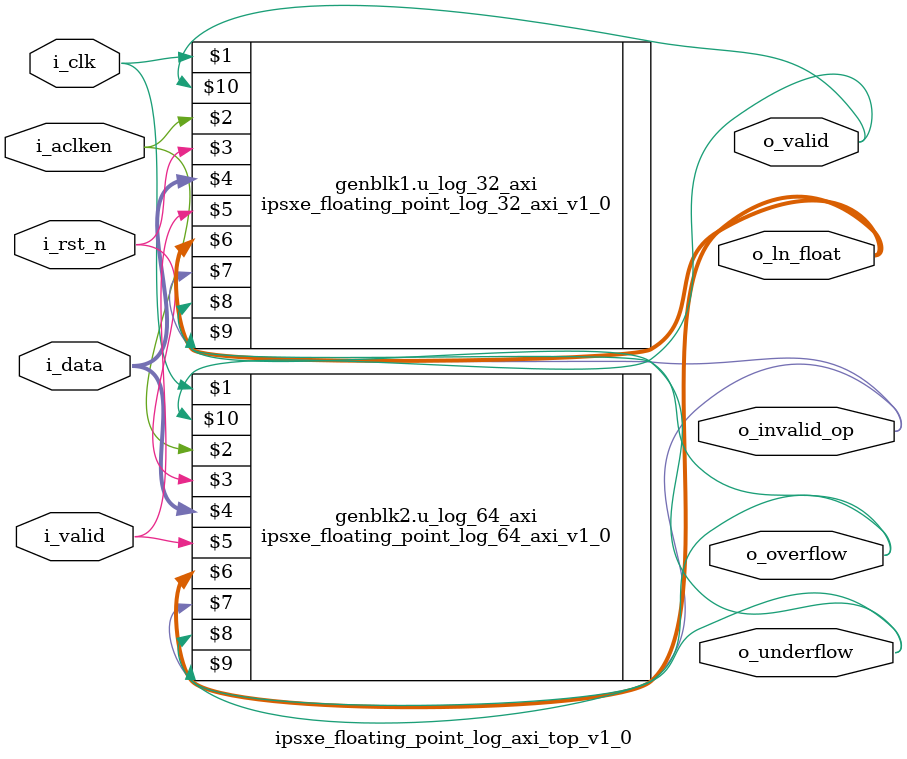
<source format=v>

`timescale 1ns/1ns

module ipsxe_floating_point_log_axi_top_v1_0 #(
    parameter FLOAT_EXP_WIDTH = 8,
    parameter FLOAT_FRAC_WIDTH = 24,
    parameter ITERATION_NUM = 32,
    parameter PRECISION_INPUT = 0
)
(
    input i_clk, //aclk
    input i_aclken,
    input i_rst_n, //aresetn
    input [FLOAT_EXP_WIDTH+FLOAT_FRAC_WIDTH-1:0] i_data, //s_axis_a_tdata
    input i_valid, //s_axis_a_tvalid
    output [FLOAT_EXP_WIDTH+FLOAT_FRAC_WIDTH-1:0] o_ln_float, //m_axis_result_tdata
    output o_invalid_op,
    output o_overflow, 
    output o_underflow,
    output o_valid //m_axis_result_tvalid
);

    generate
        genvar log;
        if (PRECISION_INPUT == 0) begin // half precision
            ipsxe_floating_point_log_32_axi_v1_0 #(
            FLOAT_EXP_WIDTH,
            FLOAT_FRAC_WIDTH,
            12,
            13
            ) u_log_32_axi(
                i_clk, //aclk
                i_aclken,
                i_rst_n, //aresetn
                i_data, //s_axis_a_tdata
                i_valid, //s_axis_a_tvalid
                o_ln_float, //m_axis_result_tdata
                o_invalid_op,
                o_overflow, 
                o_underflow,
                o_valid //m_axis_result_tvalid
            );
        end
        if (PRECISION_INPUT == 1) begin // single precision
            ipsxe_floating_point_log_32_axi_v1_0 #(
            FLOAT_EXP_WIDTH,
            FLOAT_FRAC_WIDTH,
            12,
            10
            ) u_log_32_axi(
                i_clk, //aclk
                i_aclken,
                i_rst_n, //aresetn
                i_data, //s_axis_a_tdata
                i_valid, //s_axis_a_tvalid
                o_ln_float, //m_axis_result_tdata
                o_invalid_op,
                o_overflow, 
                o_underflow,
                o_valid //m_axis_result_tvalid
            );
        end
        else begin // double precision
            ipsxe_floating_point_log_64_axi_v1_0 #(
            FLOAT_EXP_WIDTH,
            FLOAT_FRAC_WIDTH,
            3
            ) u_log_64_axi(
                i_clk, //aclk
                i_aclken,
                i_rst_n, //aresetn
                i_data, //s_axis_a_tdata
                i_valid, //s_axis_a_tvalid
                o_ln_float, //m_axis_result_tdata
                o_invalid_op,
                o_overflow, 
                o_underflow,
                o_valid //m_axis_result_tvalid
            );
        end
    endgenerate


endmodule
</source>
